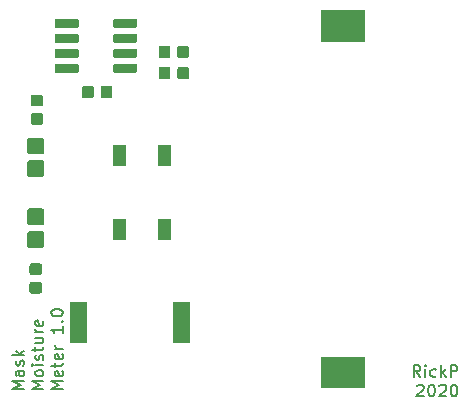
<source format=gbr>
G04 #@! TF.GenerationSoftware,KiCad,Pcbnew,(5.1.4-0-10_14)*
G04 #@! TF.CreationDate,2020-05-31T23:05:55+02:00*
G04 #@! TF.ProjectId,maskmeter,6d61736b-6d65-4746-9572-2e6b69636164,rev?*
G04 #@! TF.SameCoordinates,Original*
G04 #@! TF.FileFunction,Soldermask,Top*
G04 #@! TF.FilePolarity,Negative*
%FSLAX46Y46*%
G04 Gerber Fmt 4.6, Leading zero omitted, Abs format (unit mm)*
G04 Created by KiCad (PCBNEW (5.1.4-0-10_14)) date 2020-05-31 23:05:55*
%MOMM*%
%LPD*%
G04 APERTURE LIST*
%ADD10C,0.150000*%
%ADD11C,0.100000*%
G04 APERTURE END LIST*
D10*
X136569166Y-105627380D02*
X136235833Y-105151190D01*
X135997738Y-105627380D02*
X135997738Y-104627380D01*
X136378690Y-104627380D01*
X136473928Y-104675000D01*
X136521547Y-104722619D01*
X136569166Y-104817857D01*
X136569166Y-104960714D01*
X136521547Y-105055952D01*
X136473928Y-105103571D01*
X136378690Y-105151190D01*
X135997738Y-105151190D01*
X136997738Y-105627380D02*
X136997738Y-104960714D01*
X136997738Y-104627380D02*
X136950119Y-104675000D01*
X136997738Y-104722619D01*
X137045357Y-104675000D01*
X136997738Y-104627380D01*
X136997738Y-104722619D01*
X137902500Y-105579761D02*
X137807261Y-105627380D01*
X137616785Y-105627380D01*
X137521547Y-105579761D01*
X137473928Y-105532142D01*
X137426309Y-105436904D01*
X137426309Y-105151190D01*
X137473928Y-105055952D01*
X137521547Y-105008333D01*
X137616785Y-104960714D01*
X137807261Y-104960714D01*
X137902500Y-105008333D01*
X138331071Y-105627380D02*
X138331071Y-104627380D01*
X138426309Y-105246428D02*
X138712023Y-105627380D01*
X138712023Y-104960714D02*
X138331071Y-105341666D01*
X139140595Y-105627380D02*
X139140595Y-104627380D01*
X139521547Y-104627380D01*
X139616785Y-104675000D01*
X139664404Y-104722619D01*
X139712023Y-104817857D01*
X139712023Y-104960714D01*
X139664404Y-105055952D01*
X139616785Y-105103571D01*
X139521547Y-105151190D01*
X139140595Y-105151190D01*
X136283452Y-106372619D02*
X136331071Y-106325000D01*
X136426309Y-106277380D01*
X136664404Y-106277380D01*
X136759642Y-106325000D01*
X136807261Y-106372619D01*
X136854880Y-106467857D01*
X136854880Y-106563095D01*
X136807261Y-106705952D01*
X136235833Y-107277380D01*
X136854880Y-107277380D01*
X137473928Y-106277380D02*
X137569166Y-106277380D01*
X137664404Y-106325000D01*
X137712023Y-106372619D01*
X137759642Y-106467857D01*
X137807261Y-106658333D01*
X137807261Y-106896428D01*
X137759642Y-107086904D01*
X137712023Y-107182142D01*
X137664404Y-107229761D01*
X137569166Y-107277380D01*
X137473928Y-107277380D01*
X137378690Y-107229761D01*
X137331071Y-107182142D01*
X137283452Y-107086904D01*
X137235833Y-106896428D01*
X137235833Y-106658333D01*
X137283452Y-106467857D01*
X137331071Y-106372619D01*
X137378690Y-106325000D01*
X137473928Y-106277380D01*
X138188214Y-106372619D02*
X138235833Y-106325000D01*
X138331071Y-106277380D01*
X138569166Y-106277380D01*
X138664404Y-106325000D01*
X138712023Y-106372619D01*
X138759642Y-106467857D01*
X138759642Y-106563095D01*
X138712023Y-106705952D01*
X138140595Y-107277380D01*
X138759642Y-107277380D01*
X139378690Y-106277380D02*
X139473928Y-106277380D01*
X139569166Y-106325000D01*
X139616785Y-106372619D01*
X139664404Y-106467857D01*
X139712023Y-106658333D01*
X139712023Y-106896428D01*
X139664404Y-107086904D01*
X139616785Y-107182142D01*
X139569166Y-107229761D01*
X139473928Y-107277380D01*
X139378690Y-107277380D01*
X139283452Y-107229761D01*
X139235833Y-107182142D01*
X139188214Y-107086904D01*
X139140595Y-106896428D01*
X139140595Y-106658333D01*
X139188214Y-106467857D01*
X139235833Y-106372619D01*
X139283452Y-106325000D01*
X139378690Y-106277380D01*
X103002380Y-106664404D02*
X102002380Y-106664404D01*
X102716666Y-106331071D01*
X102002380Y-105997738D01*
X103002380Y-105997738D01*
X103002380Y-105092976D02*
X102478571Y-105092976D01*
X102383333Y-105140595D01*
X102335714Y-105235833D01*
X102335714Y-105426309D01*
X102383333Y-105521547D01*
X102954761Y-105092976D02*
X103002380Y-105188214D01*
X103002380Y-105426309D01*
X102954761Y-105521547D01*
X102859523Y-105569166D01*
X102764285Y-105569166D01*
X102669047Y-105521547D01*
X102621428Y-105426309D01*
X102621428Y-105188214D01*
X102573809Y-105092976D01*
X102954761Y-104664404D02*
X103002380Y-104569166D01*
X103002380Y-104378690D01*
X102954761Y-104283452D01*
X102859523Y-104235833D01*
X102811904Y-104235833D01*
X102716666Y-104283452D01*
X102669047Y-104378690D01*
X102669047Y-104521547D01*
X102621428Y-104616785D01*
X102526190Y-104664404D01*
X102478571Y-104664404D01*
X102383333Y-104616785D01*
X102335714Y-104521547D01*
X102335714Y-104378690D01*
X102383333Y-104283452D01*
X103002380Y-103807261D02*
X102002380Y-103807261D01*
X102621428Y-103712023D02*
X103002380Y-103426309D01*
X102335714Y-103426309D02*
X102716666Y-103807261D01*
X104652380Y-106664404D02*
X103652380Y-106664404D01*
X104366666Y-106331071D01*
X103652380Y-105997738D01*
X104652380Y-105997738D01*
X104652380Y-105378690D02*
X104604761Y-105473928D01*
X104557142Y-105521547D01*
X104461904Y-105569166D01*
X104176190Y-105569166D01*
X104080952Y-105521547D01*
X104033333Y-105473928D01*
X103985714Y-105378690D01*
X103985714Y-105235833D01*
X104033333Y-105140595D01*
X104080952Y-105092976D01*
X104176190Y-105045357D01*
X104461904Y-105045357D01*
X104557142Y-105092976D01*
X104604761Y-105140595D01*
X104652380Y-105235833D01*
X104652380Y-105378690D01*
X104652380Y-104616785D02*
X103985714Y-104616785D01*
X103652380Y-104616785D02*
X103700000Y-104664404D01*
X103747619Y-104616785D01*
X103700000Y-104569166D01*
X103652380Y-104616785D01*
X103747619Y-104616785D01*
X104604761Y-104188214D02*
X104652380Y-104092976D01*
X104652380Y-103902500D01*
X104604761Y-103807261D01*
X104509523Y-103759642D01*
X104461904Y-103759642D01*
X104366666Y-103807261D01*
X104319047Y-103902500D01*
X104319047Y-104045357D01*
X104271428Y-104140595D01*
X104176190Y-104188214D01*
X104128571Y-104188214D01*
X104033333Y-104140595D01*
X103985714Y-104045357D01*
X103985714Y-103902500D01*
X104033333Y-103807261D01*
X103985714Y-103473928D02*
X103985714Y-103092976D01*
X103652380Y-103331071D02*
X104509523Y-103331071D01*
X104604761Y-103283452D01*
X104652380Y-103188214D01*
X104652380Y-103092976D01*
X103985714Y-102331071D02*
X104652380Y-102331071D01*
X103985714Y-102759642D02*
X104509523Y-102759642D01*
X104604761Y-102712023D01*
X104652380Y-102616785D01*
X104652380Y-102473928D01*
X104604761Y-102378690D01*
X104557142Y-102331071D01*
X104652380Y-101854880D02*
X103985714Y-101854880D01*
X104176190Y-101854880D02*
X104080952Y-101807261D01*
X104033333Y-101759642D01*
X103985714Y-101664404D01*
X103985714Y-101569166D01*
X104604761Y-100854880D02*
X104652380Y-100950119D01*
X104652380Y-101140595D01*
X104604761Y-101235833D01*
X104509523Y-101283452D01*
X104128571Y-101283452D01*
X104033333Y-101235833D01*
X103985714Y-101140595D01*
X103985714Y-100950119D01*
X104033333Y-100854880D01*
X104128571Y-100807261D01*
X104223809Y-100807261D01*
X104319047Y-101283452D01*
X106302380Y-106664404D02*
X105302380Y-106664404D01*
X106016666Y-106331071D01*
X105302380Y-105997738D01*
X106302380Y-105997738D01*
X106254761Y-105140595D02*
X106302380Y-105235833D01*
X106302380Y-105426309D01*
X106254761Y-105521547D01*
X106159523Y-105569166D01*
X105778571Y-105569166D01*
X105683333Y-105521547D01*
X105635714Y-105426309D01*
X105635714Y-105235833D01*
X105683333Y-105140595D01*
X105778571Y-105092976D01*
X105873809Y-105092976D01*
X105969047Y-105569166D01*
X105635714Y-104807261D02*
X105635714Y-104426309D01*
X105302380Y-104664404D02*
X106159523Y-104664404D01*
X106254761Y-104616785D01*
X106302380Y-104521547D01*
X106302380Y-104426309D01*
X106254761Y-103712023D02*
X106302380Y-103807261D01*
X106302380Y-103997738D01*
X106254761Y-104092976D01*
X106159523Y-104140595D01*
X105778571Y-104140595D01*
X105683333Y-104092976D01*
X105635714Y-103997738D01*
X105635714Y-103807261D01*
X105683333Y-103712023D01*
X105778571Y-103664404D01*
X105873809Y-103664404D01*
X105969047Y-104140595D01*
X106302380Y-103235833D02*
X105635714Y-103235833D01*
X105826190Y-103235833D02*
X105730952Y-103188214D01*
X105683333Y-103140595D01*
X105635714Y-103045357D01*
X105635714Y-102950119D01*
X106302380Y-101331071D02*
X106302380Y-101902500D01*
X106302380Y-101616785D02*
X105302380Y-101616785D01*
X105445238Y-101712023D01*
X105540476Y-101807261D01*
X105588095Y-101902500D01*
X106207142Y-100902500D02*
X106254761Y-100854880D01*
X106302380Y-100902500D01*
X106254761Y-100950119D01*
X106207142Y-100902500D01*
X106302380Y-100902500D01*
X105302380Y-100235833D02*
X105302380Y-100140595D01*
X105350000Y-100045357D01*
X105397619Y-99997738D01*
X105492857Y-99950119D01*
X105683333Y-99902500D01*
X105921428Y-99902500D01*
X106111904Y-99950119D01*
X106207142Y-99997738D01*
X106254761Y-100045357D01*
X106302380Y-100140595D01*
X106302380Y-100235833D01*
X106254761Y-100331071D01*
X106207142Y-100378690D01*
X106111904Y-100426309D01*
X105921428Y-100473928D01*
X105683333Y-100473928D01*
X105492857Y-100426309D01*
X105397619Y-100378690D01*
X105350000Y-100331071D01*
X105302380Y-100235833D01*
D11*
G36*
X131851000Y-106601000D02*
G01*
X128149000Y-106601000D01*
X128149000Y-103899000D01*
X131851000Y-103899000D01*
X131851000Y-106601000D01*
X131851000Y-106601000D01*
G37*
G36*
X108351000Y-102751000D02*
G01*
X106949000Y-102751000D01*
X106949000Y-99249000D01*
X108351000Y-99249000D01*
X108351000Y-102751000D01*
X108351000Y-102751000D01*
G37*
G36*
X117051000Y-102751000D02*
G01*
X115649000Y-102751000D01*
X115649000Y-99249000D01*
X117051000Y-99249000D01*
X117051000Y-102751000D01*
X117051000Y-102751000D01*
G37*
G36*
X104379591Y-97590585D02*
G01*
X104413569Y-97600893D01*
X104444890Y-97617634D01*
X104472339Y-97640161D01*
X104494866Y-97667610D01*
X104511607Y-97698931D01*
X104521915Y-97732909D01*
X104526000Y-97774390D01*
X104526000Y-98375610D01*
X104521915Y-98417091D01*
X104511607Y-98451069D01*
X104494866Y-98482390D01*
X104472339Y-98509839D01*
X104444890Y-98532366D01*
X104413569Y-98549107D01*
X104379591Y-98559415D01*
X104338110Y-98563500D01*
X103661890Y-98563500D01*
X103620409Y-98559415D01*
X103586431Y-98549107D01*
X103555110Y-98532366D01*
X103527661Y-98509839D01*
X103505134Y-98482390D01*
X103488393Y-98451069D01*
X103478085Y-98417091D01*
X103474000Y-98375610D01*
X103474000Y-97774390D01*
X103478085Y-97732909D01*
X103488393Y-97698931D01*
X103505134Y-97667610D01*
X103527661Y-97640161D01*
X103555110Y-97617634D01*
X103586431Y-97600893D01*
X103620409Y-97590585D01*
X103661890Y-97586500D01*
X104338110Y-97586500D01*
X104379591Y-97590585D01*
X104379591Y-97590585D01*
G37*
G36*
X104379591Y-96015585D02*
G01*
X104413569Y-96025893D01*
X104444890Y-96042634D01*
X104472339Y-96065161D01*
X104494866Y-96092610D01*
X104511607Y-96123931D01*
X104521915Y-96157909D01*
X104526000Y-96199390D01*
X104526000Y-96800610D01*
X104521915Y-96842091D01*
X104511607Y-96876069D01*
X104494866Y-96907390D01*
X104472339Y-96934839D01*
X104444890Y-96957366D01*
X104413569Y-96974107D01*
X104379591Y-96984415D01*
X104338110Y-96988500D01*
X103661890Y-96988500D01*
X103620409Y-96984415D01*
X103586431Y-96974107D01*
X103555110Y-96957366D01*
X103527661Y-96934839D01*
X103505134Y-96907390D01*
X103488393Y-96876069D01*
X103478085Y-96842091D01*
X103474000Y-96800610D01*
X103474000Y-96199390D01*
X103478085Y-96157909D01*
X103488393Y-96123931D01*
X103505134Y-96092610D01*
X103527661Y-96065161D01*
X103555110Y-96042634D01*
X103586431Y-96025893D01*
X103620409Y-96015585D01*
X103661890Y-96011500D01*
X104338110Y-96011500D01*
X104379591Y-96015585D01*
X104379591Y-96015585D01*
G37*
G36*
X104545781Y-93290795D02*
G01*
X104581816Y-93301727D01*
X104615024Y-93319477D01*
X104644134Y-93343366D01*
X104668023Y-93372476D01*
X104685773Y-93405684D01*
X104696705Y-93441719D01*
X104701000Y-93485331D01*
X104701000Y-94514669D01*
X104696705Y-94558281D01*
X104685773Y-94594316D01*
X104668023Y-94627524D01*
X104644134Y-94656634D01*
X104615024Y-94680523D01*
X104581816Y-94698273D01*
X104545781Y-94709205D01*
X104502169Y-94713500D01*
X103497831Y-94713500D01*
X103454219Y-94709205D01*
X103418184Y-94698273D01*
X103384976Y-94680523D01*
X103355866Y-94656634D01*
X103331977Y-94627524D01*
X103314227Y-94594316D01*
X103303295Y-94558281D01*
X103299000Y-94514669D01*
X103299000Y-93485331D01*
X103303295Y-93441719D01*
X103314227Y-93405684D01*
X103331977Y-93372476D01*
X103355866Y-93343366D01*
X103384976Y-93319477D01*
X103418184Y-93301727D01*
X103454219Y-93290795D01*
X103497831Y-93286500D01*
X104502169Y-93286500D01*
X104545781Y-93290795D01*
X104545781Y-93290795D01*
G37*
G36*
X115451000Y-94051000D02*
G01*
X114349000Y-94051000D01*
X114349000Y-92249000D01*
X115451000Y-92249000D01*
X115451000Y-94051000D01*
X115451000Y-94051000D01*
G37*
G36*
X111651000Y-94051000D02*
G01*
X110549000Y-94051000D01*
X110549000Y-92249000D01*
X111651000Y-92249000D01*
X111651000Y-94051000D01*
X111651000Y-94051000D01*
G37*
G36*
X104545781Y-91365795D02*
G01*
X104581816Y-91376727D01*
X104615024Y-91394477D01*
X104644134Y-91418366D01*
X104668023Y-91447476D01*
X104685773Y-91480684D01*
X104696705Y-91516719D01*
X104701000Y-91560331D01*
X104701000Y-92589669D01*
X104696705Y-92633281D01*
X104685773Y-92669316D01*
X104668023Y-92702524D01*
X104644134Y-92731634D01*
X104615024Y-92755523D01*
X104581816Y-92773273D01*
X104545781Y-92784205D01*
X104502169Y-92788500D01*
X103497831Y-92788500D01*
X103454219Y-92784205D01*
X103418184Y-92773273D01*
X103384976Y-92755523D01*
X103355866Y-92731634D01*
X103331977Y-92702524D01*
X103314227Y-92669316D01*
X103303295Y-92633281D01*
X103299000Y-92589669D01*
X103299000Y-91560331D01*
X103303295Y-91516719D01*
X103314227Y-91480684D01*
X103331977Y-91447476D01*
X103355866Y-91418366D01*
X103384976Y-91394477D01*
X103418184Y-91376727D01*
X103454219Y-91365795D01*
X103497831Y-91361500D01*
X104502169Y-91361500D01*
X104545781Y-91365795D01*
X104545781Y-91365795D01*
G37*
G36*
X104545781Y-87290795D02*
G01*
X104581816Y-87301727D01*
X104615024Y-87319477D01*
X104644134Y-87343366D01*
X104668023Y-87372476D01*
X104685773Y-87405684D01*
X104696705Y-87441719D01*
X104701000Y-87485331D01*
X104701000Y-88514669D01*
X104696705Y-88558281D01*
X104685773Y-88594316D01*
X104668023Y-88627524D01*
X104644134Y-88656634D01*
X104615024Y-88680523D01*
X104581816Y-88698273D01*
X104545781Y-88709205D01*
X104502169Y-88713500D01*
X103497831Y-88713500D01*
X103454219Y-88709205D01*
X103418184Y-88698273D01*
X103384976Y-88680523D01*
X103355866Y-88656634D01*
X103331977Y-88627524D01*
X103314227Y-88594316D01*
X103303295Y-88558281D01*
X103299000Y-88514669D01*
X103299000Y-87485331D01*
X103303295Y-87441719D01*
X103314227Y-87405684D01*
X103331977Y-87372476D01*
X103355866Y-87343366D01*
X103384976Y-87319477D01*
X103418184Y-87301727D01*
X103454219Y-87290795D01*
X103497831Y-87286500D01*
X104502169Y-87286500D01*
X104545781Y-87290795D01*
X104545781Y-87290795D01*
G37*
G36*
X115451000Y-87751000D02*
G01*
X114349000Y-87751000D01*
X114349000Y-85949000D01*
X115451000Y-85949000D01*
X115451000Y-87751000D01*
X115451000Y-87751000D01*
G37*
G36*
X111651000Y-87751000D02*
G01*
X110549000Y-87751000D01*
X110549000Y-85949000D01*
X111651000Y-85949000D01*
X111651000Y-87751000D01*
X111651000Y-87751000D01*
G37*
G36*
X104545781Y-85365795D02*
G01*
X104581816Y-85376727D01*
X104615024Y-85394477D01*
X104644134Y-85418366D01*
X104668023Y-85447476D01*
X104685773Y-85480684D01*
X104696705Y-85516719D01*
X104701000Y-85560331D01*
X104701000Y-86589669D01*
X104696705Y-86633281D01*
X104685773Y-86669316D01*
X104668023Y-86702524D01*
X104644134Y-86731634D01*
X104615024Y-86755523D01*
X104581816Y-86773273D01*
X104545781Y-86784205D01*
X104502169Y-86788500D01*
X103497831Y-86788500D01*
X103454219Y-86784205D01*
X103418184Y-86773273D01*
X103384976Y-86755523D01*
X103355866Y-86731634D01*
X103331977Y-86702524D01*
X103314227Y-86669316D01*
X103303295Y-86633281D01*
X103299000Y-86589669D01*
X103299000Y-85560331D01*
X103303295Y-85516719D01*
X103314227Y-85480684D01*
X103331977Y-85447476D01*
X103355866Y-85418366D01*
X103384976Y-85394477D01*
X103418184Y-85376727D01*
X103454219Y-85365795D01*
X103497831Y-85361500D01*
X104502169Y-85361500D01*
X104545781Y-85365795D01*
X104545781Y-85365795D01*
G37*
G36*
X104479591Y-83303085D02*
G01*
X104513569Y-83313393D01*
X104544890Y-83330134D01*
X104572339Y-83352661D01*
X104594866Y-83380110D01*
X104611607Y-83411431D01*
X104621915Y-83445409D01*
X104626000Y-83486890D01*
X104626000Y-84088110D01*
X104621915Y-84129591D01*
X104611607Y-84163569D01*
X104594866Y-84194890D01*
X104572339Y-84222339D01*
X104544890Y-84244866D01*
X104513569Y-84261607D01*
X104479591Y-84271915D01*
X104438110Y-84276000D01*
X103761890Y-84276000D01*
X103720409Y-84271915D01*
X103686431Y-84261607D01*
X103655110Y-84244866D01*
X103627661Y-84222339D01*
X103605134Y-84194890D01*
X103588393Y-84163569D01*
X103578085Y-84129591D01*
X103574000Y-84088110D01*
X103574000Y-83486890D01*
X103578085Y-83445409D01*
X103588393Y-83411431D01*
X103605134Y-83380110D01*
X103627661Y-83352661D01*
X103655110Y-83330134D01*
X103686431Y-83313393D01*
X103720409Y-83303085D01*
X103761890Y-83299000D01*
X104438110Y-83299000D01*
X104479591Y-83303085D01*
X104479591Y-83303085D01*
G37*
G36*
X104479591Y-81728085D02*
G01*
X104513569Y-81738393D01*
X104544890Y-81755134D01*
X104572339Y-81777661D01*
X104594866Y-81805110D01*
X104611607Y-81836431D01*
X104621915Y-81870409D01*
X104626000Y-81911890D01*
X104626000Y-82513110D01*
X104621915Y-82554591D01*
X104611607Y-82588569D01*
X104594866Y-82619890D01*
X104572339Y-82647339D01*
X104544890Y-82669866D01*
X104513569Y-82686607D01*
X104479591Y-82696915D01*
X104438110Y-82701000D01*
X103761890Y-82701000D01*
X103720409Y-82696915D01*
X103686431Y-82686607D01*
X103655110Y-82669866D01*
X103627661Y-82647339D01*
X103605134Y-82619890D01*
X103588393Y-82588569D01*
X103578085Y-82554591D01*
X103574000Y-82513110D01*
X103574000Y-81911890D01*
X103578085Y-81870409D01*
X103588393Y-81836431D01*
X103605134Y-81805110D01*
X103627661Y-81777661D01*
X103655110Y-81755134D01*
X103686431Y-81738393D01*
X103720409Y-81728085D01*
X103761890Y-81724000D01*
X104438110Y-81724000D01*
X104479591Y-81728085D01*
X104479591Y-81728085D01*
G37*
G36*
X108754591Y-80978085D02*
G01*
X108788569Y-80988393D01*
X108819890Y-81005134D01*
X108847339Y-81027661D01*
X108869866Y-81055110D01*
X108886607Y-81086431D01*
X108896915Y-81120409D01*
X108901000Y-81161890D01*
X108901000Y-81838110D01*
X108896915Y-81879591D01*
X108886607Y-81913569D01*
X108869866Y-81944890D01*
X108847339Y-81972339D01*
X108819890Y-81994866D01*
X108788569Y-82011607D01*
X108754591Y-82021915D01*
X108713110Y-82026000D01*
X108111890Y-82026000D01*
X108070409Y-82021915D01*
X108036431Y-82011607D01*
X108005110Y-81994866D01*
X107977661Y-81972339D01*
X107955134Y-81944890D01*
X107938393Y-81913569D01*
X107928085Y-81879591D01*
X107924000Y-81838110D01*
X107924000Y-81161890D01*
X107928085Y-81120409D01*
X107938393Y-81086431D01*
X107955134Y-81055110D01*
X107977661Y-81027661D01*
X108005110Y-81005134D01*
X108036431Y-80988393D01*
X108070409Y-80978085D01*
X108111890Y-80974000D01*
X108713110Y-80974000D01*
X108754591Y-80978085D01*
X108754591Y-80978085D01*
G37*
G36*
X110329591Y-80978085D02*
G01*
X110363569Y-80988393D01*
X110394890Y-81005134D01*
X110422339Y-81027661D01*
X110444866Y-81055110D01*
X110461607Y-81086431D01*
X110471915Y-81120409D01*
X110476000Y-81161890D01*
X110476000Y-81838110D01*
X110471915Y-81879591D01*
X110461607Y-81913569D01*
X110444866Y-81944890D01*
X110422339Y-81972339D01*
X110394890Y-81994866D01*
X110363569Y-82011607D01*
X110329591Y-82021915D01*
X110288110Y-82026000D01*
X109686890Y-82026000D01*
X109645409Y-82021915D01*
X109611431Y-82011607D01*
X109580110Y-81994866D01*
X109552661Y-81972339D01*
X109530134Y-81944890D01*
X109513393Y-81913569D01*
X109503085Y-81879591D01*
X109499000Y-81838110D01*
X109499000Y-81161890D01*
X109503085Y-81120409D01*
X109513393Y-81086431D01*
X109530134Y-81055110D01*
X109552661Y-81027661D01*
X109580110Y-81005134D01*
X109611431Y-80988393D01*
X109645409Y-80978085D01*
X109686890Y-80974000D01*
X110288110Y-80974000D01*
X110329591Y-80978085D01*
X110329591Y-80978085D01*
G37*
G36*
X115254591Y-79378085D02*
G01*
X115288569Y-79388393D01*
X115319890Y-79405134D01*
X115347339Y-79427661D01*
X115369866Y-79455110D01*
X115386607Y-79486431D01*
X115396915Y-79520409D01*
X115401000Y-79561890D01*
X115401000Y-80238110D01*
X115396915Y-80279591D01*
X115386607Y-80313569D01*
X115369866Y-80344890D01*
X115347339Y-80372339D01*
X115319890Y-80394866D01*
X115288569Y-80411607D01*
X115254591Y-80421915D01*
X115213110Y-80426000D01*
X114611890Y-80426000D01*
X114570409Y-80421915D01*
X114536431Y-80411607D01*
X114505110Y-80394866D01*
X114477661Y-80372339D01*
X114455134Y-80344890D01*
X114438393Y-80313569D01*
X114428085Y-80279591D01*
X114424000Y-80238110D01*
X114424000Y-79561890D01*
X114428085Y-79520409D01*
X114438393Y-79486431D01*
X114455134Y-79455110D01*
X114477661Y-79427661D01*
X114505110Y-79405134D01*
X114536431Y-79388393D01*
X114570409Y-79378085D01*
X114611890Y-79374000D01*
X115213110Y-79374000D01*
X115254591Y-79378085D01*
X115254591Y-79378085D01*
G37*
G36*
X116829591Y-79378085D02*
G01*
X116863569Y-79388393D01*
X116894890Y-79405134D01*
X116922339Y-79427661D01*
X116944866Y-79455110D01*
X116961607Y-79486431D01*
X116971915Y-79520409D01*
X116976000Y-79561890D01*
X116976000Y-80238110D01*
X116971915Y-80279591D01*
X116961607Y-80313569D01*
X116944866Y-80344890D01*
X116922339Y-80372339D01*
X116894890Y-80394866D01*
X116863569Y-80411607D01*
X116829591Y-80421915D01*
X116788110Y-80426000D01*
X116186890Y-80426000D01*
X116145409Y-80421915D01*
X116111431Y-80411607D01*
X116080110Y-80394866D01*
X116052661Y-80372339D01*
X116030134Y-80344890D01*
X116013393Y-80313569D01*
X116003085Y-80279591D01*
X115999000Y-80238110D01*
X115999000Y-79561890D01*
X116003085Y-79520409D01*
X116013393Y-79486431D01*
X116030134Y-79455110D01*
X116052661Y-79427661D01*
X116080110Y-79405134D01*
X116111431Y-79388393D01*
X116145409Y-79378085D01*
X116186890Y-79374000D01*
X116788110Y-79374000D01*
X116829591Y-79378085D01*
X116829591Y-79378085D01*
G37*
G36*
X107559928Y-79156764D02*
G01*
X107581009Y-79163160D01*
X107600445Y-79173548D01*
X107617476Y-79187524D01*
X107631452Y-79204555D01*
X107641840Y-79223991D01*
X107648236Y-79245072D01*
X107651000Y-79273140D01*
X107651000Y-79736860D01*
X107648236Y-79764928D01*
X107641840Y-79786009D01*
X107631452Y-79805445D01*
X107617476Y-79822476D01*
X107600445Y-79836452D01*
X107581009Y-79846840D01*
X107559928Y-79853236D01*
X107531860Y-79856000D01*
X105718140Y-79856000D01*
X105690072Y-79853236D01*
X105668991Y-79846840D01*
X105649555Y-79836452D01*
X105632524Y-79822476D01*
X105618548Y-79805445D01*
X105608160Y-79786009D01*
X105601764Y-79764928D01*
X105599000Y-79736860D01*
X105599000Y-79273140D01*
X105601764Y-79245072D01*
X105608160Y-79223991D01*
X105618548Y-79204555D01*
X105632524Y-79187524D01*
X105649555Y-79173548D01*
X105668991Y-79163160D01*
X105690072Y-79156764D01*
X105718140Y-79154000D01*
X107531860Y-79154000D01*
X107559928Y-79156764D01*
X107559928Y-79156764D01*
G37*
G36*
X112509928Y-79156764D02*
G01*
X112531009Y-79163160D01*
X112550445Y-79173548D01*
X112567476Y-79187524D01*
X112581452Y-79204555D01*
X112591840Y-79223991D01*
X112598236Y-79245072D01*
X112601000Y-79273140D01*
X112601000Y-79736860D01*
X112598236Y-79764928D01*
X112591840Y-79786009D01*
X112581452Y-79805445D01*
X112567476Y-79822476D01*
X112550445Y-79836452D01*
X112531009Y-79846840D01*
X112509928Y-79853236D01*
X112481860Y-79856000D01*
X110668140Y-79856000D01*
X110640072Y-79853236D01*
X110618991Y-79846840D01*
X110599555Y-79836452D01*
X110582524Y-79822476D01*
X110568548Y-79805445D01*
X110558160Y-79786009D01*
X110551764Y-79764928D01*
X110549000Y-79736860D01*
X110549000Y-79273140D01*
X110551764Y-79245072D01*
X110558160Y-79223991D01*
X110568548Y-79204555D01*
X110582524Y-79187524D01*
X110599555Y-79173548D01*
X110618991Y-79163160D01*
X110640072Y-79156764D01*
X110668140Y-79154000D01*
X112481860Y-79154000D01*
X112509928Y-79156764D01*
X112509928Y-79156764D01*
G37*
G36*
X115254591Y-77578085D02*
G01*
X115288569Y-77588393D01*
X115319890Y-77605134D01*
X115347339Y-77627661D01*
X115369866Y-77655110D01*
X115386607Y-77686431D01*
X115396915Y-77720409D01*
X115401000Y-77761890D01*
X115401000Y-78438110D01*
X115396915Y-78479591D01*
X115386607Y-78513569D01*
X115369866Y-78544890D01*
X115347339Y-78572339D01*
X115319890Y-78594866D01*
X115288569Y-78611607D01*
X115254591Y-78621915D01*
X115213110Y-78626000D01*
X114611890Y-78626000D01*
X114570409Y-78621915D01*
X114536431Y-78611607D01*
X114505110Y-78594866D01*
X114477661Y-78572339D01*
X114455134Y-78544890D01*
X114438393Y-78513569D01*
X114428085Y-78479591D01*
X114424000Y-78438110D01*
X114424000Y-77761890D01*
X114428085Y-77720409D01*
X114438393Y-77686431D01*
X114455134Y-77655110D01*
X114477661Y-77627661D01*
X114505110Y-77605134D01*
X114536431Y-77588393D01*
X114570409Y-77578085D01*
X114611890Y-77574000D01*
X115213110Y-77574000D01*
X115254591Y-77578085D01*
X115254591Y-77578085D01*
G37*
G36*
X116829591Y-77578085D02*
G01*
X116863569Y-77588393D01*
X116894890Y-77605134D01*
X116922339Y-77627661D01*
X116944866Y-77655110D01*
X116961607Y-77686431D01*
X116971915Y-77720409D01*
X116976000Y-77761890D01*
X116976000Y-78438110D01*
X116971915Y-78479591D01*
X116961607Y-78513569D01*
X116944866Y-78544890D01*
X116922339Y-78572339D01*
X116894890Y-78594866D01*
X116863569Y-78611607D01*
X116829591Y-78621915D01*
X116788110Y-78626000D01*
X116186890Y-78626000D01*
X116145409Y-78621915D01*
X116111431Y-78611607D01*
X116080110Y-78594866D01*
X116052661Y-78572339D01*
X116030134Y-78544890D01*
X116013393Y-78513569D01*
X116003085Y-78479591D01*
X115999000Y-78438110D01*
X115999000Y-77761890D01*
X116003085Y-77720409D01*
X116013393Y-77686431D01*
X116030134Y-77655110D01*
X116052661Y-77627661D01*
X116080110Y-77605134D01*
X116111431Y-77588393D01*
X116145409Y-77578085D01*
X116186890Y-77574000D01*
X116788110Y-77574000D01*
X116829591Y-77578085D01*
X116829591Y-77578085D01*
G37*
G36*
X107559928Y-77886764D02*
G01*
X107581009Y-77893160D01*
X107600445Y-77903548D01*
X107617476Y-77917524D01*
X107631452Y-77934555D01*
X107641840Y-77953991D01*
X107648236Y-77975072D01*
X107651000Y-78003140D01*
X107651000Y-78466860D01*
X107648236Y-78494928D01*
X107641840Y-78516009D01*
X107631452Y-78535445D01*
X107617476Y-78552476D01*
X107600445Y-78566452D01*
X107581009Y-78576840D01*
X107559928Y-78583236D01*
X107531860Y-78586000D01*
X105718140Y-78586000D01*
X105690072Y-78583236D01*
X105668991Y-78576840D01*
X105649555Y-78566452D01*
X105632524Y-78552476D01*
X105618548Y-78535445D01*
X105608160Y-78516009D01*
X105601764Y-78494928D01*
X105599000Y-78466860D01*
X105599000Y-78003140D01*
X105601764Y-77975072D01*
X105608160Y-77953991D01*
X105618548Y-77934555D01*
X105632524Y-77917524D01*
X105649555Y-77903548D01*
X105668991Y-77893160D01*
X105690072Y-77886764D01*
X105718140Y-77884000D01*
X107531860Y-77884000D01*
X107559928Y-77886764D01*
X107559928Y-77886764D01*
G37*
G36*
X112509928Y-77886764D02*
G01*
X112531009Y-77893160D01*
X112550445Y-77903548D01*
X112567476Y-77917524D01*
X112581452Y-77934555D01*
X112591840Y-77953991D01*
X112598236Y-77975072D01*
X112601000Y-78003140D01*
X112601000Y-78466860D01*
X112598236Y-78494928D01*
X112591840Y-78516009D01*
X112581452Y-78535445D01*
X112567476Y-78552476D01*
X112550445Y-78566452D01*
X112531009Y-78576840D01*
X112509928Y-78583236D01*
X112481860Y-78586000D01*
X110668140Y-78586000D01*
X110640072Y-78583236D01*
X110618991Y-78576840D01*
X110599555Y-78566452D01*
X110582524Y-78552476D01*
X110568548Y-78535445D01*
X110558160Y-78516009D01*
X110551764Y-78494928D01*
X110549000Y-78466860D01*
X110549000Y-78003140D01*
X110551764Y-77975072D01*
X110558160Y-77953991D01*
X110568548Y-77934555D01*
X110582524Y-77917524D01*
X110599555Y-77903548D01*
X110618991Y-77893160D01*
X110640072Y-77886764D01*
X110668140Y-77884000D01*
X112481860Y-77884000D01*
X112509928Y-77886764D01*
X112509928Y-77886764D01*
G37*
G36*
X107559928Y-76616764D02*
G01*
X107581009Y-76623160D01*
X107600445Y-76633548D01*
X107617476Y-76647524D01*
X107631452Y-76664555D01*
X107641840Y-76683991D01*
X107648236Y-76705072D01*
X107651000Y-76733140D01*
X107651000Y-77196860D01*
X107648236Y-77224928D01*
X107641840Y-77246009D01*
X107631452Y-77265445D01*
X107617476Y-77282476D01*
X107600445Y-77296452D01*
X107581009Y-77306840D01*
X107559928Y-77313236D01*
X107531860Y-77316000D01*
X105718140Y-77316000D01*
X105690072Y-77313236D01*
X105668991Y-77306840D01*
X105649555Y-77296452D01*
X105632524Y-77282476D01*
X105618548Y-77265445D01*
X105608160Y-77246009D01*
X105601764Y-77224928D01*
X105599000Y-77196860D01*
X105599000Y-76733140D01*
X105601764Y-76705072D01*
X105608160Y-76683991D01*
X105618548Y-76664555D01*
X105632524Y-76647524D01*
X105649555Y-76633548D01*
X105668991Y-76623160D01*
X105690072Y-76616764D01*
X105718140Y-76614000D01*
X107531860Y-76614000D01*
X107559928Y-76616764D01*
X107559928Y-76616764D01*
G37*
G36*
X112509928Y-76616764D02*
G01*
X112531009Y-76623160D01*
X112550445Y-76633548D01*
X112567476Y-76647524D01*
X112581452Y-76664555D01*
X112591840Y-76683991D01*
X112598236Y-76705072D01*
X112601000Y-76733140D01*
X112601000Y-77196860D01*
X112598236Y-77224928D01*
X112591840Y-77246009D01*
X112581452Y-77265445D01*
X112567476Y-77282476D01*
X112550445Y-77296452D01*
X112531009Y-77306840D01*
X112509928Y-77313236D01*
X112481860Y-77316000D01*
X110668140Y-77316000D01*
X110640072Y-77313236D01*
X110618991Y-77306840D01*
X110599555Y-77296452D01*
X110582524Y-77282476D01*
X110568548Y-77265445D01*
X110558160Y-77246009D01*
X110551764Y-77224928D01*
X110549000Y-77196860D01*
X110549000Y-76733140D01*
X110551764Y-76705072D01*
X110558160Y-76683991D01*
X110568548Y-76664555D01*
X110582524Y-76647524D01*
X110599555Y-76633548D01*
X110618991Y-76623160D01*
X110640072Y-76616764D01*
X110668140Y-76614000D01*
X112481860Y-76614000D01*
X112509928Y-76616764D01*
X112509928Y-76616764D01*
G37*
G36*
X131851000Y-77301000D02*
G01*
X128149000Y-77301000D01*
X128149000Y-74599000D01*
X131851000Y-74599000D01*
X131851000Y-77301000D01*
X131851000Y-77301000D01*
G37*
G36*
X112509928Y-75346764D02*
G01*
X112531009Y-75353160D01*
X112550445Y-75363548D01*
X112567476Y-75377524D01*
X112581452Y-75394555D01*
X112591840Y-75413991D01*
X112598236Y-75435072D01*
X112601000Y-75463140D01*
X112601000Y-75926860D01*
X112598236Y-75954928D01*
X112591840Y-75976009D01*
X112581452Y-75995445D01*
X112567476Y-76012476D01*
X112550445Y-76026452D01*
X112531009Y-76036840D01*
X112509928Y-76043236D01*
X112481860Y-76046000D01*
X110668140Y-76046000D01*
X110640072Y-76043236D01*
X110618991Y-76036840D01*
X110599555Y-76026452D01*
X110582524Y-76012476D01*
X110568548Y-75995445D01*
X110558160Y-75976009D01*
X110551764Y-75954928D01*
X110549000Y-75926860D01*
X110549000Y-75463140D01*
X110551764Y-75435072D01*
X110558160Y-75413991D01*
X110568548Y-75394555D01*
X110582524Y-75377524D01*
X110599555Y-75363548D01*
X110618991Y-75353160D01*
X110640072Y-75346764D01*
X110668140Y-75344000D01*
X112481860Y-75344000D01*
X112509928Y-75346764D01*
X112509928Y-75346764D01*
G37*
G36*
X107559928Y-75346764D02*
G01*
X107581009Y-75353160D01*
X107600445Y-75363548D01*
X107617476Y-75377524D01*
X107631452Y-75394555D01*
X107641840Y-75413991D01*
X107648236Y-75435072D01*
X107651000Y-75463140D01*
X107651000Y-75926860D01*
X107648236Y-75954928D01*
X107641840Y-75976009D01*
X107631452Y-75995445D01*
X107617476Y-76012476D01*
X107600445Y-76026452D01*
X107581009Y-76036840D01*
X107559928Y-76043236D01*
X107531860Y-76046000D01*
X105718140Y-76046000D01*
X105690072Y-76043236D01*
X105668991Y-76036840D01*
X105649555Y-76026452D01*
X105632524Y-76012476D01*
X105618548Y-75995445D01*
X105608160Y-75976009D01*
X105601764Y-75954928D01*
X105599000Y-75926860D01*
X105599000Y-75463140D01*
X105601764Y-75435072D01*
X105608160Y-75413991D01*
X105618548Y-75394555D01*
X105632524Y-75377524D01*
X105649555Y-75363548D01*
X105668991Y-75353160D01*
X105690072Y-75346764D01*
X105718140Y-75344000D01*
X107531860Y-75344000D01*
X107559928Y-75346764D01*
X107559928Y-75346764D01*
G37*
M02*

</source>
